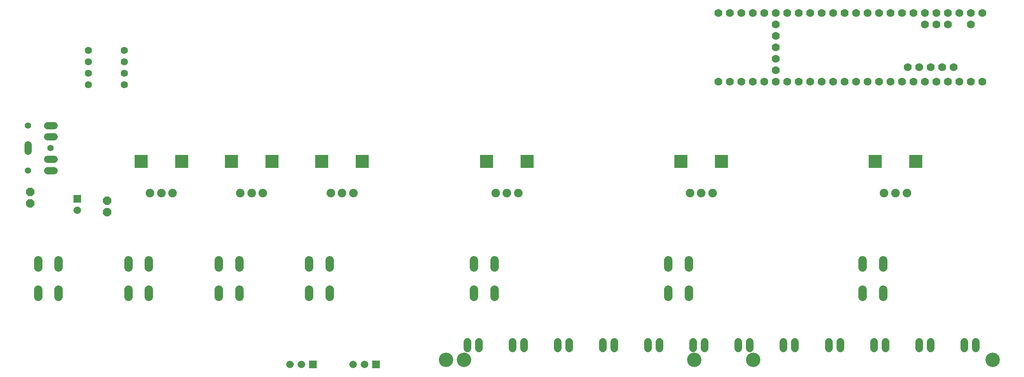
<source format=gbr>
G04 EAGLE Gerber RS-274X export*
G75*
%MOMM*%
%FSLAX34Y34*%
%LPD*%
%INSoldermask Bottom*%
%IPPOS*%
%AMOC8*
5,1,8,0,0,1.08239X$1,22.5*%
G01*
G04 Define Apertures*
%ADD10P,1.95198X8X112.5*%
%ADD11R,1.662800X1.662800*%
%ADD12C,1.662800*%
%ADD13C,1.612800*%
%ADD14C,1.403200*%
%ADD15C,1.662800*%
%ADD16C,1.912800*%
%ADD17R,3.003200X3.003200*%
%ADD18C,1.828800*%
%ADD19C,1.778000*%
%ADD20C,1.592800*%
%ADD21C,3.203200*%
D10*
X280000Y747300D03*
X280000Y772700D03*
X450000Y727300D03*
X450000Y752700D03*
D11*
X384300Y756900D03*
D12*
X384300Y731500D03*
D13*
X275000Y862952D02*
X275000Y877048D01*
X317952Y820000D02*
X332048Y820000D01*
X332048Y845000D02*
X317952Y845000D01*
X317952Y895000D02*
X332048Y895000D01*
X332048Y920000D02*
X317952Y920000D01*
D14*
X275000Y920000D03*
X325000Y870000D03*
X275000Y820000D03*
D15*
X1247300Y439596D02*
X1247300Y425000D01*
X1272700Y425000D02*
X1272700Y439596D01*
X2147300Y439596D02*
X2147300Y425000D01*
X2172700Y425000D02*
X2172700Y439596D01*
X2247300Y439596D02*
X2247300Y425000D01*
X2272700Y425000D02*
X2272700Y439596D01*
X2347300Y439596D02*
X2347300Y425000D01*
X2372700Y425000D02*
X2372700Y439596D01*
X1347300Y439596D02*
X1347300Y425000D01*
X1372700Y425000D02*
X1372700Y439596D01*
X1447300Y439596D02*
X1447300Y425000D01*
X1472700Y425000D02*
X1472700Y439596D01*
X1547300Y439596D02*
X1547300Y425000D01*
X1572700Y425000D02*
X1572700Y439596D01*
X1647300Y439596D02*
X1647300Y425000D01*
X1672700Y425000D02*
X1672700Y439596D01*
X1747300Y439596D02*
X1747300Y425000D01*
X1772700Y425000D02*
X1772700Y439596D01*
X1847300Y439596D02*
X1847300Y425000D01*
X1872700Y425000D02*
X1872700Y439596D01*
X1947300Y439596D02*
X1947300Y425000D01*
X1972700Y425000D02*
X1972700Y439596D01*
X2047300Y439596D02*
X2047300Y425000D01*
X2072700Y425000D02*
X2072700Y439596D01*
D12*
X854550Y390000D03*
X879950Y390000D03*
D11*
X905450Y390000D03*
D12*
X994550Y390000D03*
X1019950Y390000D03*
D11*
X1045450Y390000D03*
D16*
X545000Y770000D03*
X570000Y770000D03*
X595000Y770000D03*
D17*
X615000Y840000D03*
X525000Y840000D03*
D16*
X745000Y770000D03*
X770000Y770000D03*
X795000Y770000D03*
D17*
X815000Y840000D03*
X725000Y840000D03*
D16*
X945000Y770000D03*
X970000Y770000D03*
X995000Y770000D03*
D17*
X1015000Y840000D03*
X925000Y840000D03*
D16*
X1310000Y770000D03*
X1335000Y770000D03*
X1360000Y770000D03*
D17*
X1380000Y840000D03*
X1290000Y840000D03*
D16*
X1740000Y770000D03*
X1765000Y770000D03*
X1790000Y770000D03*
D17*
X1810000Y840000D03*
X1720000Y840000D03*
D16*
X2170000Y770000D03*
X2195000Y770000D03*
X2220000Y770000D03*
D17*
X2240000Y840000D03*
X2150000Y840000D03*
D18*
X297394Y555616D02*
X297394Y539360D01*
X342606Y539360D02*
X342606Y555616D01*
X297394Y604384D02*
X297394Y620640D01*
X342606Y620640D02*
X342606Y604384D01*
X497394Y555616D02*
X497394Y539360D01*
X542606Y539360D02*
X542606Y555616D01*
X497394Y604384D02*
X497394Y620640D01*
X542606Y620640D02*
X542606Y604384D01*
X697394Y555616D02*
X697394Y539360D01*
X742606Y539360D02*
X742606Y555616D01*
X697394Y604384D02*
X697394Y620640D01*
X742606Y620640D02*
X742606Y604384D01*
X897394Y555616D02*
X897394Y539360D01*
X942606Y539360D02*
X942606Y555616D01*
X897394Y604384D02*
X897394Y620640D01*
X942606Y620640D02*
X942606Y604384D01*
X1262394Y555616D02*
X1262394Y539360D01*
X1307606Y539360D02*
X1307606Y555616D01*
X1262394Y604384D02*
X1262394Y620640D01*
X1307606Y620640D02*
X1307606Y604384D01*
X1692394Y555616D02*
X1692394Y539360D01*
X1737606Y539360D02*
X1737606Y555616D01*
X1692394Y604384D02*
X1692394Y620640D01*
X1737606Y620640D02*
X1737606Y604384D01*
X2122394Y555616D02*
X2122394Y539360D01*
X2167606Y539360D02*
X2167606Y555616D01*
X2122394Y604384D02*
X2122394Y620640D01*
X2167606Y620640D02*
X2167606Y604384D01*
D19*
X2336274Y1017222D03*
X2310874Y1017222D03*
X2285474Y1017222D03*
X2260074Y1017222D03*
X2234674Y1017222D03*
X2209274Y1017222D03*
X2183874Y1017222D03*
X2158474Y1017222D03*
X2133074Y1017222D03*
X2107674Y1017222D03*
X2082274Y1017222D03*
X2056874Y1017222D03*
X2056874Y1169622D03*
X2082274Y1169622D03*
X2107674Y1169622D03*
X2133074Y1169622D03*
X2158474Y1169622D03*
X2183874Y1169622D03*
X2209274Y1169622D03*
X2234674Y1169622D03*
X2260074Y1169622D03*
X2285474Y1169622D03*
X2310874Y1169622D03*
X2361674Y1017222D03*
X2336274Y1169622D03*
X2361674Y1169622D03*
X2387074Y1017222D03*
X2387074Y1169622D03*
X2031474Y1017222D03*
X2031474Y1169622D03*
X2006074Y1017222D03*
X1980674Y1017222D03*
X1955274Y1017222D03*
X1929874Y1017222D03*
X1904474Y1017222D03*
X1879074Y1017222D03*
X1853674Y1017222D03*
X1828274Y1017222D03*
X1802874Y1017222D03*
X1802874Y1169622D03*
X1828274Y1169622D03*
X1853674Y1169622D03*
X1879074Y1169622D03*
X1904474Y1169622D03*
X1929874Y1169622D03*
X1955274Y1169622D03*
X1980674Y1169622D03*
X2006074Y1169622D03*
X1929874Y1042622D03*
X1929874Y1093422D03*
X1929874Y1118822D03*
X1929874Y1068022D03*
X1929874Y1144222D03*
X2361674Y1144222D03*
X2310874Y1144222D03*
X2285474Y1144222D03*
X2260074Y1144222D03*
X2323574Y1048972D03*
X2298174Y1048972D03*
X2272774Y1048972D03*
X2247374Y1048972D03*
X2221974Y1048972D03*
D20*
X488000Y1010300D03*
X488000Y1035700D03*
X488000Y1061100D03*
X488000Y1086500D03*
X408600Y1086500D03*
X408600Y1061100D03*
X408600Y1035700D03*
X408600Y1010300D03*
D21*
X1200000Y400000D03*
X1240000Y400000D03*
X1750000Y400000D03*
X2410000Y400000D03*
X1880000Y400000D03*
M02*

</source>
